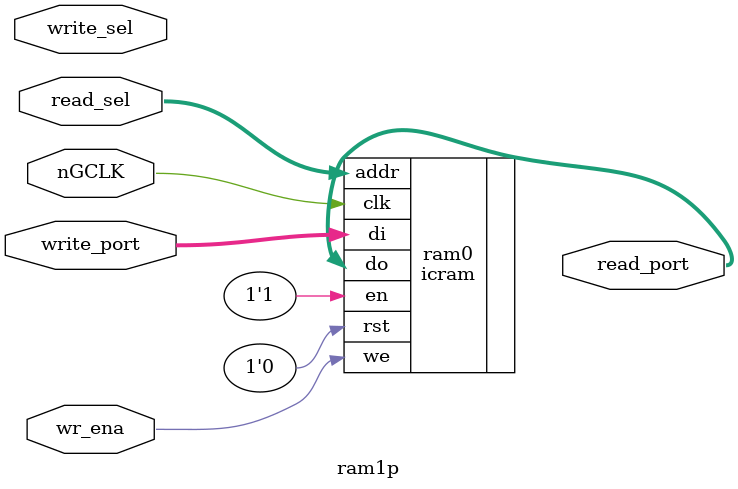
<source format=v>
`timescale 1ns/10ps
/*****************************************************************************
$RCSfile: ram1p_synth.v,v $
$Revision: 1.1 $
$Author: kohlere $
$Date: 2000/05/19 14:02:25 $
$State: Exp $
$Source: &

Description:  Cache Memory Module

*****************************************************************************/

module ram1p (nGCLK, write_sel, read_sel, write_port, read_port, wr_ena);

parameter       NL = 128;       //Number of Cache Lines (kB = 32*NL/1024)
parameter       LSS = 7;        //Line Select Bits = Log2(NL)

/*------------------------------------------------------------------------
        Ports
------------------------------------------------------------------------*/

input	[255:0]		write_port;	//Write Value
input 	[LSS-1:0]	read_sel;	//Read Select Line
input	[LSS-1:0]	write_sel;	//Write Select Line
input			nGCLK;		//Clock Signal
input			wr_ena;		//Write Enable

output	[255:0]		read_port;	//Read Line

/*------------------------------------------------------------------------
        Signal Declarations
------------------------------------------------------------------------*/

wire	[255:0]	read_port;		//Read Port

/* 2 ported Ram, 1 read, 1 write */
icram ram0
    (
      .addr(read_sel),
      .di(write_port[255:0]),
      .clk(nGCLK),
      .we(wr_ena),
      .en(1'b1),
      .rst(1'b0),
      .do(read_port)
    );

endmodule

</source>
